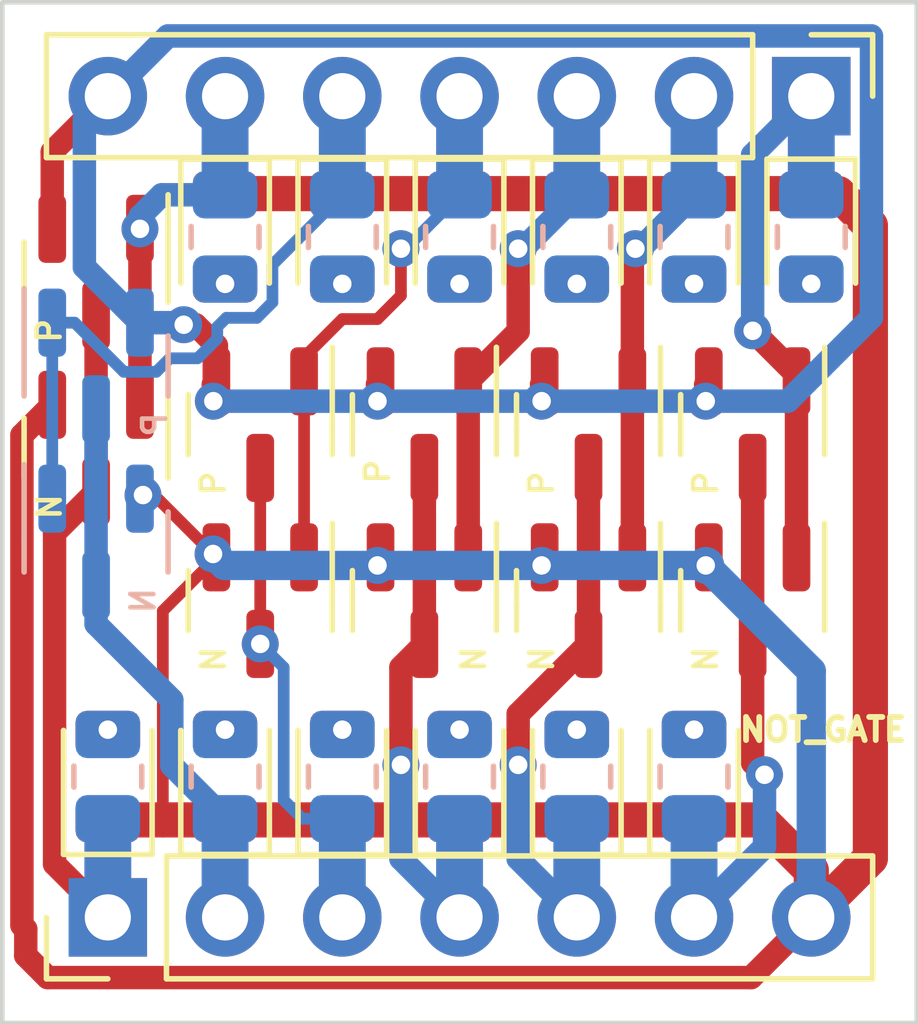
<source format=kicad_pcb>
(kicad_pcb (version 20211014) (generator pcbnew)
  (layers (0 "F.Cu" signal) (31 "B.Cu" signal) (34 "B.Paste" user) (35 "F.Paste" user) (36 "B.SilkS" user "B.Silkscreen") (37 "F.SilkS" user "F.Silkscreen") (38 "B.Mask" user) (39 "F.Mask" user) (44 "Edge.Cuts" user))
  (net 0 "")
  (net 1 "GND")
  (net 2 "Net-(D1-Pad2)")
  (net 3 "Net-(D2-Pad2)")
  (net 4 "Net-(D3-Pad2)")
  (net 5 "Net-(D4-Pad2)")
  (net 6 "Net-(D5-Pad2)")
  (net 7 "Net-(D6-Pad2)")
  (net 8 "Net-(D7-Pad2)")
  (net 9 "Net-(D8-Pad2)")
  (net 10 "Net-(D9-Pad2)")
  (net 11 "Net-(D10-Pad2)")
  (net 12 "Net-(D11-Pad2)")
  (net 13 "Net-(D12-Pad2)")
  (net 14 "In6")
  (net 15 "In5")
  (net 16 "In4")
  (net 17 "In3")
  (net 18 "In2")
  (net 19 "In1")
  (net 20 "+5V")
  (net 21 "Out1")
  (net 22 "Out2")
  (net 23 "Out3")
  (net 24 "Out4")
  (net 25 "Out5")
  (net 26 "Out6")
  (footprint "Package_TO_SOT_SMD:SOT-23" (layer "F.Cu") (at 72.898 54.102 -90)
    (fp_text reference "Q12" hide)
    (fp_text value "N")
    (fp_line (start 0 -1.56) (end 0.65 -1.56) (layer "F.SilkS") (width 0.12))
    (fp_line (start 0 1.56) (end -0.65 1.56) (layer "F.SilkS") (width 0.12))
    (fp_line (start 0 1.56) (end 0.65 1.56) (layer "F.SilkS") (width 0.12))
    (fp_line (start 0 -1.56) (end -1.675 -1.56) (layer "F.SilkS") (width 0.12))
    (pad "1" smd roundrect (at -0.9375 -0.95 270) (size 1.475 0.6) (layers "F.Cu" "F.Paste" "F.Mask") (net 16 "In4"))
    (pad "2" smd roundrect (at -0.9375 0.95 270) (size 1.475 0.6) (layers "F.Cu" "F.Paste" "F.Mask") (net 1 "GND"))
    (pad "3" smd roundrect (at 0.9375 0 270) (size 1.475 0.6) (layers "F.Cu" "F.Paste" "F.Mask") (net 24 "Out4"))
  )
  (footprint "LED_SMD:LED_0805_2012Metric" (layer "F.Cu") (at 68.58 57.912 90)
    (fp_text reference "D7" hide)
    (fp_text value "LED" hide)
    (fp_line (start -1.685 0.96) (end 1 0.96) (layer "F.SilkS") (width 0.12))
    (fp_line (start -1.685 -0.96) (end -1.685 0.96) (layer "F.SilkS") (width 0.12))
    (fp_line (start 1 -0.96) (end -1.685 -0.96) (layer "F.SilkS") (width 0.12))
    (pad "1" smd roundrect locked (at -0.9375 0 90) (size 0.975 1.4) (layers "F.Cu" "F.Paste" "F.Mask") (net 1 "GND"))
    (pad "2" smd roundrect locked (at 0.9375 0 90) (size 0.975 1.4) (layers "F.Cu" "F.Paste" "F.Mask") (net 8 "Net-(D7-Pad2)"))
  )
  (footprint "LED_SMD:LED_0805_2012Metric" (layer "F.Cu") (at 76.2 57.912 90)
    (fp_text reference "D4" hide)
    (fp_text value "LED" hide)
    (fp_line (start -1.685 -0.96) (end -1.685 0.96) (layer "F.SilkS") (width 0.12))
    (fp_line (start -1.685 0.96) (end 1 0.96) (layer "F.SilkS") (width 0.12))
    (fp_line (start 1 -0.96) (end -1.685 -0.96) (layer "F.SilkS") (width 0.12))
    (pad "1" smd roundrect locked (at -0.9375 0 90) (size 0.975 1.4) (layers "F.Cu" "F.Paste" "F.Mask") (net 1 "GND"))
    (pad "2" smd roundrect locked (at 0.9375 0 90) (size 0.975 1.4) (layers "F.Cu" "F.Paste" "F.Mask") (net 5 "Net-(D4-Pad2)"))
  )
  (footprint "LED_SMD:LED_0805_2012Metric" (layer "F.Cu") (at 81.28 46.228 -90)
    (fp_text reference "D6" hide)
    (fp_text value "LED" hide)
    (fp_line (start -1.685 -0.96) (end -1.685 0.96) (layer "F.SilkS") (width 0.12))
    (fp_line (start -1.685 0.96) (end 1 0.96) (layer "F.SilkS") (width 0.12))
    (fp_line (start 1 -0.96) (end -1.685 -0.96) (layer "F.SilkS") (width 0.12))
    (pad "1" smd roundrect locked (at -0.9375 0 270) (size 0.975 1.4) (layers "F.Cu" "F.Paste" "F.Mask") (net 1 "GND"))
    (pad "2" smd roundrect locked (at 0.9375 0 270) (size 0.975 1.4) (layers "F.Cu" "F.Paste" "F.Mask") (net 7 "Net-(D6-Pad2)"))
  )
  (footprint "LED_SMD:LED_0805_2012Metric" (layer "F.Cu") (at 73.66 57.912 90)
    (fp_text reference "D12" hide)
    (fp_text value "LED" hide)
    (fp_line (start -1.685 -0.96) (end -1.685 0.96) (layer "F.SilkS") (width 0.12))
    (fp_line (start 1 -0.96) (end -1.685 -0.96) (layer "F.SilkS") (width 0.12))
    (fp_line (start -1.685 0.96) (end 1 0.96) (layer "F.SilkS") (width 0.12))
    (pad "1" smd roundrect locked (at -0.9375 0 90) (size 0.975 1.4) (layers "F.Cu" "F.Paste" "F.Mask") (net 1 "GND"))
    (pad "2" smd roundrect locked (at 0.9375 0 90) (size 0.975 1.4) (layers "F.Cu" "F.Paste" "F.Mask") (net 13 "Net-(D12-Pad2)"))
  )
  (footprint "LED_SMD:LED_0805_2012Metric" (layer "F.Cu") (at 76.2 46.228 -90)
    (fp_text reference "D11" hide)
    (fp_text value "LED" hide)
    (fp_line (start 1 -0.96) (end -1.685 -0.96) (layer "F.SilkS") (width 0.12))
    (fp_line (start -1.685 -0.96) (end -1.685 0.96) (layer "F.SilkS") (width 0.12))
    (fp_line (start -1.685 0.96) (end 1 0.96) (layer "F.SilkS") (width 0.12))
    (pad "1" smd roundrect locked (at -0.9375 0 270) (size 0.975 1.4) (layers "F.Cu" "F.Paste" "F.Mask") (net 1 "GND"))
    (pad "2" smd roundrect locked (at 0.9375 0 270) (size 0.975 1.4) (layers "F.Cu" "F.Paste" "F.Mask") (net 12 "Net-(D11-Pad2)"))
  )
  (footprint "LED_SMD:LED_0805_2012Metric" (layer "F.Cu") (at 78.74 46.228 -90)
    (fp_text reference "D2" hide)
    (fp_text value "LED" hide)
    (fp_line (start 1 -0.96) (end -1.685 -0.96) (layer "F.SilkS") (width 0.12))
    (fp_line (start -1.685 0.96) (end 1 0.96) (layer "F.SilkS") (width 0.12))
    (fp_line (start -1.685 -0.96) (end -1.685 0.96) (layer "F.SilkS") (width 0.12))
    (pad "1" smd roundrect locked (at -0.9375 0 270) (size 0.975 1.4) (layers "F.Cu" "F.Paste" "F.Mask") (net 1 "GND"))
    (pad "2" smd roundrect locked (at 0.9375 0 270) (size 0.975 1.4) (layers "F.Cu" "F.Paste" "F.Mask") (net 3 "Net-(D2-Pad2)"))
  )
  (footprint "LED_SMD:LED_0805_2012Metric" (layer "F.Cu") (at 73.66 46.228 -90)
    (fp_text reference "D9" hide)
    (fp_text value "LED" hide)
    (fp_line (start -1.685 0.96) (end 1 0.96) (layer "F.SilkS") (width 0.12))
    (fp_line (start 1 -0.96) (end -1.685 -0.96) (layer "F.SilkS") (width 0.12))
    (fp_line (start -1.685 -0.96) (end -1.685 0.96) (layer "F.SilkS") (width 0.12))
    (pad "1" smd roundrect locked (at -0.9375 0 270) (size 0.975 1.4) (layers "F.Cu" "F.Paste" "F.Mask") (net 1 "GND"))
    (pad "2" smd roundrect locked (at 0.9375 0 270) (size 0.975 1.4) (layers "F.Cu" "F.Paste" "F.Mask") (net 10 "Net-(D9-Pad2)"))
  )
  (footprint "Package_TO_SOT_SMD:SOT-23" (layer "F.Cu") (at 80.01 50.292 -90)
    (fp_text reference "Q7" hide)
    (fp_text value "P" (at 1.27 1.016 90) (layer "F.SilkS") (effects (font (size 0.5 0.5) (thickness 0.1))))
    (fp_line (start 0 -1.56) (end -1.675 -1.56) (layer "F.SilkS") (width 0.12))
    (fp_line (start 0 -1.56) (end 0.65 -1.56) (layer "F.SilkS") (width 0.12))
    (fp_line (start 0 1.56) (end 0.65 1.56) (layer "F.SilkS") (width 0.12))
    (fp_line (start 0 1.56) (end -0.65 1.56) (layer "F.SilkS") (width 0.12))
    (pad "1" smd roundrect (at -0.9375 -0.95 270) (size 1.475 0.6) (layers "F.Cu" "F.Paste" "F.Mask") (net 14 "In6"))
    (pad "2" smd roundrect (at -0.9375 0.95 270) (size 1.475 0.6) (layers "F.Cu" "F.Paste" "F.Mask") (net 20 "+5V"))
    (pad "3" smd roundrect (at 0.9375 0 270) (size 1.475 0.6) (layers "F.Cu" "F.Paste" "F.Mask") (net 26 "Out6"))
  )
  (footprint "LED_SMD:LED_0805_2012Metric" (layer "F.Cu") (at 78.74 57.912 90)
    (fp_text reference "D8" hide)
    (fp_text value "LED" hide)
    (fp_line (start -1.685 -0.96) (end -1.685 0.96) (layer "F.SilkS") (width 0.12))
    (fp_line (start -1.685 0.96) (end 1 0.96) (layer "F.SilkS") (width 0.12))
    (fp_line (start 1 -0.96) (end -1.685 -0.96) (layer "F.SilkS") (width 0.12))
    (pad "1" smd roundrect locked (at -0.9375 0 90) (size 0.975 1.4) (layers "F.Cu" "F.Paste" "F.Mask") (net 1 "GND"))
    (pad "2" smd roundrect locked (at 0.9375 0 90) (size 0.975 1.4) (layers "F.Cu" "F.Paste" "F.Mask") (net 9 "Net-(D8-Pad2)"))
  )
  (footprint "Package_TO_SOT_SMD:SOT-23" (layer "F.Cu") (at 69.342 50.292 -90)
    (fp_text reference "Q9" hide)
    (fp_text value "P" (at 1.27 1.016 90) (layer "F.SilkS") (effects (font (size 0.5 0.5) (thickness 0.1))))
    (fp_line (start 0 1.56) (end -0.65 1.56) (layer "F.SilkS") (width 0.12))
    (fp_line (start 0 -1.56) (end -1.675 -1.56) (layer "F.SilkS") (width 0.12))
    (fp_line (start 0 1.56) (end 0.65 1.56) (layer "F.SilkS") (width 0.12))
    (fp_line (start 0 -1.56) (end 0.65 -1.56) (layer "F.SilkS") (width 0.12))
    (pad "1" smd roundrect (at -0.9375 -0.95 270) (size 1.475 0.6) (layers "F.Cu" "F.Paste" "F.Mask") (net 17 "In3"))
    (pad "2" smd roundrect (at -0.9375 0.95 270) (size 1.475 0.6) (layers "F.Cu" "F.Paste" "F.Mask") (net 20 "+5V"))
    (pad "3" smd roundrect (at 0.9375 0 270) (size 1.475 0.6) (layers "F.Cu" "F.Paste" "F.Mask") (net 23 "Out3"))
  )
  (footprint "Package_TO_SOT_SMD:SOT-23" (layer "F.Cu") (at 65.786 46.99 -90)
    (fp_text reference "Q1" hide)
    (fp_text value "P" (at 1.27 1.016 90) (layer "F.SilkS") (effects (font (size 0.5 0.5) (thickness 0.1))))
    (fp_line (start 0 1.56) (end 0.65 1.56) (layer "F.SilkS") (width 0.12))
    (fp_line (start 0 -1.56) (end 0.65 -1.56) (layer "F.SilkS") (width 0.12))
    (fp_line (start 0 1.56) (end -0.65 1.56) (layer "F.SilkS") (width 0.12))
    (fp_line (start 0 -1.56) (end -1.675 -1.56) (layer "F.SilkS") (width 0.12))
    (pad "1" smd roundrect (at -0.9375 -0.95 270) (size 1.475 0.6) (layers "F.Cu" "F.Paste" "F.Mask") (net 19 "In1"))
    (pad "2" smd roundrect (at -0.9375 0.95 270) (size 1.475 0.6) (layers "F.Cu" "F.Paste" "F.Mask") (net 20 "+5V"))
    (pad "3" smd roundrect (at 0.9375 0 270) (size 1.475 0.6) (layers "F.Cu" "F.Paste" "F.Mask") (net 21 "Out1"))
  )
  (footprint "Connector_PinHeader_2.54mm:PinHeader_1x07_P2.54mm_Vertical" (layer "F.Cu") (at 81.28 43.18 -90)
    (fp_text reference "J1" hide)
    (fp_text value "Conn_01x07" hide)
    (fp_line (start -1.33 1.27) (end -1.33 16.57) (layer "F.SilkS") (width 0.12))
    (fp_line (start -1.33 1.27) (end 1.33 1.27) (layer "F.SilkS") (width 0.12))
    (fp_line (start 1.33 1.27) (end 1.33 16.57) (layer "F.SilkS") (width 0.12))
    (fp_line (start -1.33 -1.33) (end 0 -1.33) (layer "F.SilkS") (width 0.12))
    (fp_line (start -1.33 0) (end -1.33 -1.33) (layer "F.SilkS") (width 0.12))
    (fp_line (start -1.33 16.57) (end 1.33 16.57) (layer "F.SilkS") (width 0.12))
    (pad "1" thru_hole rect locked (at 0 0 270) (size 1.7 1.7) (drill 1) (layers *.Cu *.Mask) (net 14 "In6"))
    (pad "2" thru_hole oval locked (at 0 2.54 270) (size 1.7 1.7) (drill 1) (layers *.Cu *.Mask) (net 15 "In5"))
    (pad "3" thru_hole oval locked (at 0 5.08 270) (size 1.7 1.7) (drill 1) (layers *.Cu *.Mask) (net 16 "In4"))
    (pad "4" thru_hole oval locked (at 0 7.62 270) (size 1.7 1.7) (drill 1) (layers *.Cu *.Mask) (net 17 "In3"))
    (pad "5" thru_hole oval locked (at 0 10.16 270) (size 1.7 1.7) (drill 1) (layers *.Cu *.Mask) (net 18 "In2"))
    (pad "6" thru_hole oval locked (at 0 12.7 270) (size 1.7 1.7) (drill 1) (layers *.Cu *.Mask) (net 19 "In1"))
    (pad "7" thru_hole oval locked (at 0 15.24 270) (size 1.7 1.7) (drill 1) (layers *.Cu *.Mask) (net 20 "+5V"))
  )
  (footprint "Connector_PinHeader_2.54mm:PinHeader_1x07_P2.54mm_Vertical" (layer "F.Cu") (at 66.04 60.96 90)
    (fp_text reference "J2" hide)
    (fp_text value "Conn_01x07" hide)
    (fp_line (start -1.33 -1.33) (end 0 -1.33) (layer "F.SilkS") (width 0.12))
    (fp_line (start -1.33 0) (end -1.33 -1.33) (layer "F.SilkS") (width 0.12))
    (fp_line (start -1.33 1.27) (end 1.33 1.27) (layer "F.SilkS") (width 0.12))
    (fp_line (start -1.33 1.27) (end -1.33 16.57) (layer "F.SilkS") (width 0.12))
    (fp_line (start 1.33 1.27) (end 1.33 16.57) (layer "F.SilkS") (width 0.12))
    (fp_line (start -1.33 16.57) (end 1.33 16.57) (layer "F.SilkS") (width 0.12))
    (pad "1" thru_hole rect locked (at 0 0 90) (size 1.7 1.7) (drill 1) (layers *.Cu *.Mask) (net 21 "Out1"))
    (pad "2" thru_hole oval locked (at 0 2.54 90) (size 1.7 1.7) (drill 1) (layers *.Cu *.Mask) (net 22 "Out2"))
    (pad "3" thru_hole oval locked (at 0 5.08 90) (size 1.7 1.7) (drill 1) (layers *.Cu *.Mask) (net 23 "Out3"))
    (pad "4" thru_hole oval locked (at 0 7.62 90) (size 1.7 1.7) (drill 1) (layers *.Cu *.Mask) (net 24 "Out4"))
    (pad "5" thru_hole oval locked (at 0 10.16 90) (size 1.7 1.7) (drill 1) (layers *.Cu *.Mask) (net 25 "Out5"))
    (pad "6" thru_hole oval locked (at 0 12.7 90) (size 1.7 1.7) (drill 1) (layers *.Cu *.Mask) (net 26 "Out6"))
    (pad "7" thru_hole oval locked (at 0 15.24 90) (size 1.7 1.7) (drill 1) (layers *.Cu *.Mask) (net 1 "GND"))
  )
  (footprint "Package_TO_SOT_SMD:SOT-23" (layer "F.Cu") (at 76.454 54.102 -90)
    (fp_text reference "Q4" hide)
    (fp_text value "N" (at 1.27 1.016 90) (layer "F.SilkS") (effects (font (size 0.5 0.5) (thickness 0.1))))
    (fp_line (start 0 -1.56) (end 0.65 -1.56) (layer "F.SilkS") (width 0.12))
    (fp_line (start 0 -1.56) (end -1.675 -1.56) (layer "F.SilkS") (width 0.12))
    (fp_line (start 0 1.56) (end -0.65 1.56) (layer "F.SilkS") (width 0.12))
    (fp_line (start 0 1.56) (end 0.65 1.56) (layer "F.SilkS") (width 0.12))
    (pad "1" smd roundrect (at -0.9375 -0.95 270) (size 1.475 0.6) (layers "F.Cu" "F.Paste" "F.Mask") (net 15 "In5"))
    (pad "2" smd roundrect (at -0.9375 0.95 270) (size 1.475 0.6) (layers "F.Cu" "F.Paste" "F.Mask") (net 1 "GND"))
    (pad "3" smd roundrect (at 0.9375 0 270) (size 1.475 0.6) (layers "F.Cu" "F.Paste" "F.Mask") (net 25 "Out5"))
  )
  (footprint "Package_TO_SOT_SMD:SOT-23" (layer "F.Cu") (at 76.454 50.292 -90)
    (fp_text reference "Q3" hide)
    (fp_text value "P" (at 1.27 1.016 90) (layer "F.SilkS") (effects (font (size 0.5 0.5) (thickness 0.1))))
    (fp_line (start 0 -1.56) (end 0.65 -1.56) (layer "F.SilkS") (width 0.12))
    (fp_line (start 0 -1.56) (end -1.675 -1.56) (layer "F.SilkS") (width 0.12))
    (fp_line (start 0 1.56) (end -0.65 1.56) (layer "F.SilkS") (width 0.12))
    (fp_line (start 0 1.56) (end 0.65 1.56) (layer "F.SilkS") (width 0.12))
    (pad "1" smd roundrect (at -0.9375 -0.95 270) (size 1.475 0.6) (layers "F.Cu" "F.Paste" "F.Mask") (net 15 "In5"))
    (pad "2" smd roundrect (at -0.9375 0.95 270) (size 1.475 0.6) (layers "F.Cu" "F.Paste" "F.Mask") (net 20 "+5V"))
    (pad "3" smd roundrect (at 0.9375 0 270) (size 1.475 0.6) (layers "F.Cu" "F.Paste" "F.Mask") (net 25 "Out5"))
  )
  (footprint "LED_SMD:LED_0805_2012Metric" (layer "F.Cu") (at 71.12 46.228 -90)
    (fp_text reference "D5" hide)
    (fp_text value "LED" hide)
    (fp_line (start -1.685 0.96) (end 1 0.96) (layer "F.SilkS") (width 0.12))
    (fp_line (start -1.685 -0.96) (end -1.685 0.96) (layer "F.SilkS") (width 0.12))
    (fp_line (start 1 -0.96) (end -1.685 -0.96) (layer "F.SilkS") (width 0.12))
    (pad "1" smd roundrect locked (at -0.9375 0 270) (size 0.975 1.4) (layers "F.Cu" "F.Paste" "F.Mask") (net 1 "GND"))
    (pad "2" smd roundrect locked (at 0.9375 0 270) (size 0.975 1.4) (layers "F.Cu" "F.Paste" "F.Mask") (net 6 "Net-(D5-Pad2)"))
  )
  (footprint "Package_TO_SOT_SMD:SOT-23" (layer "F.Cu") (at 65.786 50.8 -90)
    (fp_text reference "Q2" hide)
    (fp_text value "N" (at 1.27 1.016 90) (layer "F.SilkS") (effects (font (size 0.5 0.5) (thickness 0.1))))
    (fp_line (start 0 1.56) (end 0.65 1.56) (layer "F.SilkS") (width 0.12))
    (fp_line (start 0 1.56) (end -0.65 1.56) (layer "F.SilkS") (width 0.12))
    (fp_line (start 0 -1.56) (end -1.675 -1.56) (layer "F.SilkS") (width 0.12))
    (fp_line (start 0 -1.56) (end 0.65 -1.56) (layer "F.SilkS") (width 0.12))
    (pad "1" smd roundrect (at -0.9375 -0.95 270) (size 1.475 0.6) (layers "F.Cu" "F.Paste" "F.Mask") (net 19 "In1"))
    (pad "2" smd roundrect (at -0.9375 0.95 270) (size 1.475 0.6) (layers "F.Cu" "F.Paste" "F.Mask") (net 1 "GND"))
    (pad "3" smd roundrect (at 0.9375 0 270) (size 1.475 0.6) (layers "F.Cu" "F.Paste" "F.Mask") (net 21 "Out1"))
  )
  (footprint "Package_TO_SOT_SMD:SOT-23" (layer "F.Cu") (at 69.342 54.102 -90)
    (fp_text reference "Q10" hide)
    (fp_text value "N" (at 1.27 1.016 90) (layer "F.SilkS") (effects (font (size 0.5 0.5) (thickness 0.1))))
    (fp_line (start 0 -1.56) (end -1.675 -1.56) (layer "F.SilkS") (width 0.12))
    (fp_line (start 0 -1.56) (end 0.65 -1.56) (layer "F.SilkS") (width 0.12))
    (fp_line (start 0 1.56) (end -0.65 1.56) (layer "F.SilkS") (width 0.12))
    (fp_line (start 0 1.56) (end 0.65 1.56) (layer "F.SilkS") (width 0.12))
    (pad "1" smd roundrect (at -0.9375 -0.95 270) (size 1.475 0.6) (layers "F.Cu" "F.Paste" "F.Mask") (net 17 "In3"))
    (pad "2" smd roundrect (at -0.9375 0.95 270) (size 1.475 0.6) (layers "F.Cu" "F.Paste" "F.Mask") (net 1 "GND"))
    (pad "3" smd roundrect (at 0.9375 0 270) (size 1.475 0.6) (layers "F.Cu" "F.Paste" "F.Mask") (net 23 "Out3"))
  )
  (footprint "LED_SMD:LED_0805_2012Metric" (layer "F.Cu") (at 66.04 57.912 90)
    (fp_text reference "D3" hide)
    (fp_text value "LED" hide)
    (fp_line (start 1 -0.96) (end -1.685 -0.96) (layer "F.SilkS") (width 0.12))
    (fp_line (start -1.685 0.96) (end 1 0.96) (layer "F.SilkS") (width 0.12))
    (fp_line (start -1.685 -0.96) (end -1.685 0.96) (layer "F.SilkS") (width 0.12))
    (pad "1" smd roundrect locked (at -0.9375 0 90) (size 0.975 1.4) (layers "F.Cu" "F.Paste" "F.Mask") (net 1 "GND"))
    (pad "2" smd roundrect locked (at 0.9375 0 90) (size 0.975 1.4) (layers "F.Cu" "F.Paste" "F.Mask") (net 4 "Net-(D3-Pad2)"))
  )
  (footprint "Package_TO_SOT_SMD:SOT-23" (layer "F.Cu") (at 80.01 54.102 -90)
    (fp_text reference "Q8" hide)
    (fp_text value "N" (at 1.27 1.016 90) (layer "F.SilkS") (effects (font (size 0.5 0.5) (thickness 0.1))))
    (fp_line (start 0 -1.56) (end -1.675 -1.56) (layer "F.SilkS") (width 0.12))
    (fp_line (start 0 1.56) (end 0.65 1.56) (layer "F.SilkS") (width 0.12))
    (fp_line (start 0 -1.56) (end 0.65 -1.56) (layer "F.SilkS") (width 0.12))
    (fp_line (start 0 1.56) (end -0.65 1.56) (layer "F.SilkS") (width 0.12))
    (pad "1" smd roundrect (at -0.9375 -0.95 270) (size 1.475 0.6) (layers "F.Cu" "F.Paste" "F.Mask") (net 14 "In6"))
    (pad "2" smd roundrect (at -0.9375 0.95 270) (size 1.475 0.6) (layers "F.Cu" "F.Paste" "F.Mask") (net 1 "GND"))
    (pad "3" smd roundrect (at 0.9375 0 270) (size 1.475 0.6) (layers "F.Cu" "F.Paste" "F.Mask") (net 26 "Out6"))
  )
  (footprint "LED_SMD:LED_0805_2012Metric" (layer "F.Cu") (at 71.12 57.912 90)
    (fp_text reference "D10" hide)
    (fp_text value "LED" hide)
    (fp_line (start -1.685 0.96) (end 1 0.96) (layer "F.SilkS") (width 0.12))
    (fp_line (start -1.685 -0.96) (end -1.685 0.96) (layer "F.SilkS") (width 0.12))
    (fp_line (start 1 -0.96) (end -1.685 -0.96) (layer "F.SilkS") (width 0.12))
    (pad "1" smd roundrect locked (at -0.9375 0 90) (size 0.975 1.4) (layers "F.Cu" "F.Paste" "F.Mask") (net 1 "GND"))
    (pad "2" smd roundrect locked (at 0.9375 0 90) (size 0.975 1.4) (layers "F.Cu" "F.Paste" "F.Mask") (net 11 "Net-(D10-Pad2)"))
  )
  (footprint "Package_TO_SOT_SMD:SOT-23" (layer "F.Cu") (at 72.898 50.292 -90)
    (fp_text reference "Q11" hide)
    (fp_text value "P" (at 1.016 1.016 90) (layer "F.SilkS") (effects (font (size 0.5 0.5) (thickness 0.1))))
    (fp_line (start 0 1.56) (end 0.65 1.56) (layer "F.SilkS") (width 0.12))
    (fp_line (start 0 1.56) (end -0.65 1.56) (layer "F.SilkS") (width 0.12))
    (fp_line (start 0 -1.56) (end 0.65 -1.56) (layer "F.SilkS") (width 0.12))
    (fp_line (start 0 -1.56) (end -1.675 -1.56) (layer "F.SilkS") (width 0.12))
    (pad "1" smd roundrect (at -0.9375 -0.95 270) (size 1.475 0.6) (layers "F.Cu" "F.Paste" "F.Mask") (net 16 "In4"))
    (pad "2" smd roundrect (at -0.9375 0.95 270) (size 1.475 0.6) (layers "F.Cu" "F.Paste" "F.Mask") (net 20 "+5V"))
    (pad "3" smd roundrect (at 0.9375 0 270) (size 1.475 0.6) (layers "F.Cu" "F.Paste" "F.Mask") (net 24 "Out4"))
  )
  (footprint "LED_SMD:LED_0805_2012Metric" (layer "F.Cu") (at 68.58 46.228 -90)
    (fp_text reference "D1" hide)
    (fp_text value "LED" hide)
    (fp_line (start -1.685 -0.96) (end -1.685 0.96) (layer "F.SilkS") (width 0.12))
    (fp_line (start -1.685 0.96) (end 1 0.96) (layer "F.SilkS") (width 0.12))
    (fp_line (start 1 -0.96) (end -1.685 -0.96) (layer "F.SilkS") (width 0.12))
    (pad "1" smd roundrect locked (at -0.9375 0 270) (size 0.975 1.4) (layers "F.Cu" "F.Paste" "F.Mask") (net 1 "GND"))
    (pad "2" smd roundrect locked (at 0.9375 0 270) (size 0.975 1.4) (layers "F.Cu" "F.Paste" "F.Mask") (net 2 "Net-(D1-Pad2)"))
  )
  (footprint "Resistor_SMD:R_0805_2012Metric" (layer "B.Cu") (at 71.12 46.228 -90)
    (fp_text reference "R5" hide)
    (fp_text value "R" hide)
    (fp_line (start -0.227064 -0.735) (end 0.227064 -0.735) (layer "B.SilkS") (width 0.12))
    (fp_line (start -0.227064 0.735) (end 0.227064 0.735) (layer "B.SilkS") (width 0.12))
    (pad "1" smd roundrect locked (at -0.9125 0 270) (size 1.025 1.4) (layers "B.Cu" "B.Paste" "B.Mask") (roundrect_rratio 0.243902439) (net 18 "In2"))
    (pad "2" smd roundrect locked (at 0.9125 0 270) (size 1.025 1.4) (layers "B.Cu" "B.Paste" "B.Mask") (roundrect_rratio 0.243902439) (net 6 "Net-(D5-Pad2)"))
  )
  (footprint "Package_TO_SOT_SMD:SOT-23" (layer "B.Cu") (at 65.786 52.832 -90)
    (fp_text reference "Q6" hide)
    (fp_text value "N" (at 1.27 -1.016 90) (layer "B.SilkS") (effects (font (size 0.5 0.5) (thickness 0.1)) (justify mirror)))
    (fp_line (start 0 1.56) (end 0.65 1.56) (layer "B.SilkS") (width 0.12))
    (fp_line (start 0 1.56) (end -1.675 1.56) (layer "B.SilkS") (width 0.12))
    (fp_line (start 0 -1.56) (end 0.65 -1.56) (layer "B.SilkS") (width 0.12))
    (fp_line (start 0 -1.56) (end -0.65 -1.56) (layer "B.SilkS") (width 0.12))
    (pad "1" smd roundrect (at -0.9375 0.95 270) (size 1.475 0.6) (layers "B.Cu" "B.Paste" "B.Mask") (net 18 "In2"))
    (pad "2" smd roundrect (at -0.9375 -0.95 270) (size 1.475 0.6) (layers "B.Cu" "B.Paste" "B.Mask") (net 1 "GND"))
    (pad "3" smd roundrect (at 0.9375 0 270) (size 1.475 0.6) (layers "B.Cu" "B.Paste" "B.Mask") (net 22 "Out2"))
  )
  (footprint "Resistor_SMD:R_0805_2012Metric" (layer "B.Cu") (at 66.04 57.912 90)
    (fp_text reference "R3" hide)
    (fp_text value "R" hide)
    (fp_line (start -0.227064 0.735) (end 0.227064 0.735) (layer "B.SilkS") (width 0.12))
    (fp_line (start -0.227064 -0.735) (end 0.227064 -0.735) (layer "B.SilkS") (width 0.12))
    (pad "1" smd roundrect locked (at -0.9125 0 90) (size 1.025 1.4) (layers "B.Cu" "B.Paste" "B.Mask") (roundrect_rratio 0.243902439) (net 21 "Out1"))
    (pad "2" smd roundrect locked (at 0.9125 0 90) (size 1.025 1.4) (layers "B.Cu" "B.Paste" "B.Mask") (roundrect_rratio 0.243902439) (net 4 "Net-(D3-Pad2)"))
  )
  (footprint "Resistor_SMD:R_0805_2012Metric" (layer "B.Cu") (at 78.74 57.912 90)
    (fp_text reference "R8" hide)
    (fp_text value "R" hide)
    (fp_line (start -0.227064 -0.735) (end 0.227064 -0.735) (layer "B.SilkS") (width 0.12))
    (fp_line (start -0.227064 0.735) (end 0.227064 0.735) (layer "B.SilkS") (width 0.12))
    (pad "1" smd roundrect locked (at -0.9125 0 90) (size 1.025 1.4) (layers "B.Cu" "B.Paste" "B.Mask") (roundrect_rratio 0.243902439) (net 26 "Out6"))
    (pad "2" smd roundrect locked (at 0.9125 0 90) (size 1.025 1.4) (layers "B.Cu" "B.Paste" "B.Mask") (roundrect_rratio 0.243902439) (net 9 "Net-(D8-Pad2)"))
  )
  (footprint "Resistor_SMD:R_0805_2012Metric" (layer "B.Cu") (at 73.66 57.912 90)
    (fp_text reference "R12" hide)
    (fp_text value "R" hide)
    (fp_line (start -0.227064 -0.735) (end 0.227064 -0.735) (layer "B.SilkS") (width 0.12))
    (fp_line (start -0.227064 0.735) (end 0.227064 0.735) (layer "B.SilkS") (width 0.12))
    (pad "1" smd roundrect locked (at -0.9125 0 90) (size 1.025 1.4) (layers "B.Cu" "B.Paste" "B.Mask") (roundrect_rratio 0.243902439) (net 24 "Out4"))
    (pad "2" smd roundrect locked (at 0.9125 0 90) (size 1.025 1.4) (layers "B.Cu" "B.Paste" "B.Mask") (roundrect_rratio 0.243902439) (net 13 "Net-(D12-Pad2)"))
  )
  (footprint "Resistor_SMD:R_0805_2012Metric" (layer "B.Cu") (at 81.28 46.228 -90)
    (fp_text reference "R6" hide)
    (fp_text value "R" hide)
    (fp_line (start -0.227064 -0.735) (end 0.227064 -0.735) (layer "B.SilkS") (width 0.12))
    (fp_line (start -0.227064 0.735) (end 0.227064 0.735) (layer "B.SilkS") (width 0.12))
    (pad "1" smd roundrect locked (at -0.9125 0 270) (size 1.025 1.4) (layers "B.Cu" "B.Paste" "B.Mask") (roundrect_rratio 0.243902439) (net 14 "In6"))
    (pad "2" smd roundrect locked (at 0.9125 0 270) (size 1.025 1.4) (layers "B.Cu" "B.Paste" "B.Mask") (roundrect_rratio 0.243902439) (net 7 "Net-(D6-Pad2)"))
  )
  (footprint "Resistor_SMD:R_0805_2012Metric" (layer "B.Cu") (at 68.58 46.228 -90)
    (fp_text reference "R1" hide)
    (fp_text value "R" hide)
    (fp_line (start -0.227064 -0.735) (end 0.227064 -0.735) (layer "B.SilkS") (width 0.12))
    (fp_line (start -0.227064 0.735) (end 0.227064 0.735) (layer "B.SilkS") (width 0.12))
    (pad "1" smd roundrect locked (at -0.9125 0 270) (size 1.025 1.4) (layers "B.Cu" "B.Paste" "B.Mask") (roundrect_rratio 0.243902439) (net 19 "In1"))
    (pad "2" smd roundrect locked (at 0.9125 0 270) (size 1.025 1.4) (layers "B.Cu" "B.Paste" "B.Mask") (roundrect_rratio 0.243902439) (net 2 "Net-(D1-Pad2)"))
  )
  (footprint "Resistor_SMD:R_0805_2012Metric" (layer "B.Cu") (at 71.12 57.912 90)
    (fp_text reference "R10" hide)
    (fp_text value "R" hide)
    (fp_line (start -0.227064 0.735) (end 0.227064 0.735) (layer "B.SilkS") (width 0.12))
    (fp_line (start -0.227064 -0.735) (end 0.227064 -0.735) (layer "B.SilkS") (width 0.12))
    (pad "1" smd roundrect locked (at -0.9125 0 90) (size 1.025 1.4) (layers "B.Cu" "B.Paste" "B.Mask") (roundrect_rratio 0.243902439) (net 23 "Out3"))
    (pad "2" smd roundrect locked (at 0.9125 0 90) (size 1.025 1.4) (layers "B.Cu" "B.Paste" "B.Mask") (roundrect_rratio 0.243902439) (net 11 "Net-(D10-Pad2)"))
  )
  (footprint "Package_TO_SOT_SMD:SOT-23" (layer "B.Cu") (at 65.786 49.022 -90)
    (fp_text reference "Q5" hide)
    (fp_text value "P" (at 1.27 -1.27 90) (layer "B.SilkS") (effects (font (size 0.5 0.5) (thickness 0.1)) (justify mirror)))
    (fp_line (start 0 1.56) (end 0.65 1.56) (layer "B.SilkS") (width 0.12))
    (fp_line (start 0 -1.56) (end -0.65 -1.56) (layer "B.SilkS") (width 0.12))
    (fp_line (start 0 1.56) (end -1.675 1.56) (layer "B.SilkS") (width 0.12))
    (fp_line (start 0 -1.56) (end 0.65 -1.56) (layer "B.SilkS") (width 0.12))
    (pad "1" smd roundrect (at -0.9375 0.95 270) (size 1.475 0.6) (layers "B.Cu" "B.Paste" "B.Mask") (net 18 "In2"))
    (pad "2" smd roundrect (at -0.9375 -0.95 270) (size 1.475 0.6) (layers "B.Cu" "B.Paste" "B.Mask") (net 20 "+5V"))
    (pad "3" smd roundrect (at 0.9375 0 270) (size 1.475 0.6) (layers "B.Cu" "B.Paste" "B.Mask") (net 22 "Out2"))
  )
  (footprint "Resistor_SMD:R_0805_2012Metric" (layer "B.Cu") (at 68.58 57.912 90)
    (fp_text reference "R7" hide)
    (fp_text value "R" hide)
    (fp_line (start -0.227064 -0.735) (end 0.227064 -0.735) (layer "B.SilkS") (width 0.12))
    (fp_line (start -0.227064 0.735) (end 0.227064 0.735) (layer "B.SilkS") (width 0.12))
    (pad "1" smd roundrect locked (at -0.9125 0 90) (size 1.025 1.4) (layers "B.Cu" "B.Paste" "B.Mask") (roundrect_rratio 0.243902439) (net 22 "Out2"))
    (pad "2" smd roundrect locked (at 0.9125 0 90) (size 1.025 1.4) (layers "B.Cu" "B.Paste" "B.Mask") (roundrect_rratio 0.243902439) (net 8 "Net-(D7-Pad2)"))
  )
  (footprint "Resistor_SMD:R_0805_2012Metric" (layer "B.Cu") (at 76.2 46.228 -90)
    (fp_text reference "R11" hide)
    (fp_text value "R" hide)
    (fp_line (start -0.227064 0.735) (end 0.227064 0.735) (layer "B.SilkS") (width 0.12))
    (fp_line (start -0.227064 -0.735) (end 0.227064 -0.735) (layer "B.SilkS") (width 0.12))
    (pad "1" smd roundrect locked (at -0.9125 0 270) (size 1.025 1.4) (layers "B.Cu" "B.Paste" "B.Mask") (roundrect_rratio 0.243902439) (net 16 "In4"))
    (pad "2" smd roundrect locked (at 0.9125 0 270) (size 1.025 1.4) (layers "B.Cu" "B.Paste" "B.Mask") (roundrect_rratio 0.243902439) (net 12 "Net-(D11-Pad2)"))
  )
  (footprint "Resistor_SMD:R_0805_2012Metric" (layer "B.Cu") (at 76.2 57.912 90)
    (fp_text reference "R4" hide)
    (fp_text value "R" hide)
    (fp_line (start -0.227064 -0.735) (end 0.227064 -0.735) (layer "B.SilkS") (width 0.12))
    (fp_line (start -0.227064 0.735) (end 0.227064 0.735) (layer "B.SilkS") (width 0.12))
    (pad "1" smd roundrect locked (at -0.9125 0 90) (size 1.025 1.4) (layers "B.Cu" "B.Paste" "B.Mask") (roundrect_rratio 0.243902439) (net 25 "Out5"))
    (pad "2" smd roundrect locked (at 0.9125 0 90) (size 1.025 1.4) (layers "B.Cu" "B.Paste" "B.Mask") (roundrect_rratio 0.243902439) (net 5 "Net-(D4-Pad2)"))
  )
  (footprint "Resistor_SMD:R_0805_2012Metric" (layer "B.Cu") (at 73.66 46.228 -90)
    (fp_text reference "R9" hide)
    (fp_text value "R" hide)
    (fp_line (start -0.227064 -0.735) (end 0.227064 -0.735) (layer "B.SilkS") (width 0.12))
    (fp_line (start -0.227064 0.735) (end 0.227064 0.735) (layer "B.SilkS") (width 0.12))
    (pad "1" smd roundrect locked (at -0.9125 0 270) (size 1.025 1.4) (layers "B.Cu" "B.Paste" "B.Mask") (roundrect_rratio 0.243902439) (net 17 "In3"))
    (pad "2" smd roundrect locked (at 0.9125 0 270) (size 1.025 1.4) (layers "B.Cu" "B.Paste" "B.Mask") (roundrect_rratio 0.243902439) (net 10 "Net-(D9-Pad2)"))
  )
  (footprint "Resistor_SMD:R_0805_2012Metric" (layer "B.Cu") (at 78.74 46.228 -90)
    (fp_text reference "R2" hide)
    (fp_text value "R" hide)
    (fp_line (start -0.227064 0.735) (end 0.227064 0.735) (layer "B.SilkS") (width 0.12))
    (fp_line (start -0.227064 -0.735) (end 0.227064 -0.735) (layer "B.SilkS") (width 0.12))
    (pad "1" smd roundrect locked (at -0.9125 0 270) (size 1.025 1.4) (layers "B.Cu" "B.Paste" "B.Mask") (roundrect_rratio 0.243902439) (net 15 "In5"))
    (pad "2" smd roundrect locked (at 0.9125 0 270) (size 1.025 1.4) (layers "B.Cu" "B.Paste" "B.Mask") (roundrect_rratio 0.243902439) (net 3 "Net-(D2-Pad2)"))
  )
  (gr_rect (start 63.754 41.148) (end 83.566 63.246) (layer "Edge.Cuts") (width 0.1) (fill none))
  (gr_text "N" (at 73.914 55.372 270) (layer "F.SilkS") (effects (font (size 0.5 0.5) (thickness 0.1))))
  (gr_text "NOT_GATE" (at 81.534 56.896) (layer "F.SilkS") (effects (font (size 0.5 0.5) (thickness 0.125))))
  (segment (start 64.262 61.214) (end 64.262 61.789022) (width 0.508) (layer "F.Cu") (net 1))
  (segment (start 68.58 45.2905) (end 81.28 45.2905) (width 0.762) (layer "F.Cu") (net 1))
  (segment (start 64.17896 50.51954) (end 64.17896 61.13096) (width 0.508) (layer "F.Cu") (net 1))
  (segment (start 68.392 53.1645) (end 67.2315 54.325) (width 0.254) (layer "F.Cu") (net 1))
  (segment (start 64.736489 62.263511) (end 79.976489 62.263511) (width 0.508) (layer "F.Cu") (net 1))
  (segment (start 81.28 59.944) (end 81.28 60.96) (width 0.762) (layer "F.Cu") (net 1))
  (segment (start 82.56052 45.98452) (end 82.56052 59.67948) (width 0.762) (layer "F.Cu") (net 1))
  (segment (start 64.262 61.789022) (end 64.736489 62.263511) (width 0.508) (layer "F.Cu") (net 1))
  (segment (start 78.74 58.8495) (end 80.1855 58.8495) (width 0.762) (layer "F.Cu") (net 1))
  (segment (start 82.56052 59.67948) (end 81.28 60.96) (width 0.762) (layer "F.Cu") (net 1))
  (segment (start 81.28 45.2905) (end 81.8665 45.2905) (width 0.762) (layer "F.Cu") (net 1))
  (segment (start 80.1855 58.8495) (end 81.28 59.944) (width 0.762) (layer "F.Cu") (net 1))
  (segment (start 67.2315 54.325) (end 67.2315 58.8495) (width 0.254) (layer "F.Cu") (net 1))
  (segment (start 66.802 51.816) (end 67.0435 51.816) (width 0.254) (layer "F.Cu") (net 1))
  (segment (start 68.31975 53.09225) (end 68.392 53.1645) (width 0.254) (layer "F.Cu") (net 1))
  (segment (start 81.8665 45.2905) (end 82.56052 45.98452) (width 0.762) (layer "F.Cu") (net 1))
  (segment (start 79.976489 62.263511) (end 81.28 60.96) (width 0.508) (layer "F.Cu") (net 1))
  (segment (start 66.04 58.8495) (end 67.2315 58.8495) (width 0.762) (layer "F.Cu") (net 1))
  (segment (start 64.836 49.8625) (end 64.17896 50.51954) (width 0.508) (layer "F.Cu") (net 1))
  (segment (start 67.2315 58.8495) (end 78.74 58.8495) (width 0.762) (layer "F.Cu") (net 1))
  (segment (start 64.17896 61.13096) (end 64.262 61.214) (width 0.508) (layer "F.Cu") (net 1))
  (segment (start 67.0435 51.816) (end 68.31975 53.09225) (width 0.254) (layer "F.Cu") (net 1))
  (via (at 66.802 51.816) (size 0.8) (drill 0.4) (layers "F.Cu" "B.Cu") (net 1))
  (via (at 75.438 53.34) (size 0.8) (drill 0.4) (layers "F.Cu" "B.Cu") (net 1))
  (via (at 68.31975 53.09225) (size 0.8) (drill 0.4) (layers "F.Cu" "B.Cu") (net 1))
  (via (at 78.994 53.34) (size 0.8) (drill 0.4) (layers "F.Cu" "B.Cu") (net 1))
  (via (at 71.882 53.34) (size 0.8) (drill 0.4) (layers "F.Cu" "B.Cu") (net 1))
  (segment (start 68.5675 53.34) (end 68.31975 53.09225) (width 0.635) (layer "B.Cu") (net 1))
  (segment (start 78.994 53.34) (end 81.28 55.626) (width 0.635) (layer "B.Cu") (net 1))
  (segment (start 81.28 55.626) (end 81.28 60.96) (width 0.635) (layer "B.Cu") (net 1))
  (segment (start 71.882 53.34) (end 68.5675 53.34) (width 0.635) (layer "B.Cu") (net 1))
  (segment (start 75.438 53.34) (end 71.882 53.34) (width 0.635) (layer "B.Cu") (net 1))
  (segment (start 78.994 53.34) (end 75.438 53.34) (width 0.635) (layer "B.Cu") (net 1))
  (via (at 68.58 47.244) (size 0.8) (drill 0.4) (layers "F.Cu" "B.Cu") (net 2))
  (via (at 78.74 47.244) (size 0.8) (drill 0.4) (layers "F.Cu" "B.Cu") (net 3))
  (via (at 66.04 56.896) (size 0.8) (drill 0.4) (layers "F.Cu" "B.Cu") (net 4))
  (via (at 76.2 56.896) (size 0.8) (drill 0.4) (layers "F.Cu" "B.Cu") (net 5))
  (via (at 71.12 47.244) (size 0.8) (drill 0.4) (layers "F.Cu" "B.Cu") (net 6))
  (via (at 81.28 47.244) (size 0.8) (drill 0.4) (layers "F.Cu" "B.Cu") (net 7))
  (via (at 68.58 56.896) (size 0.8) (drill 0.4) (layers "F.Cu" "B.Cu") (net 8))
  (via (at 78.74 56.896) (size 0.8) (drill 0.4) (layers "F.Cu" "B.Cu") (net 9))
  (via (at 73.66 47.244) (size 0.8) (drill 0.4) (layers "F.Cu" "B.Cu") (net 10))
  (via (at 71.12 56.896) (size 0.8) (drill 0.4) (layers "F.Cu" "B.Cu") (net 11))
  (via (at 76.2 47.244) (size 0.8) (drill 0.4) (layers "F.Cu" "B.Cu") (net 12))
  (via (at 73.66 56.896) (size 0.8) (drill 0.4) (layers "F.Cu" "B.Cu") (net 13))
  (segment (start 80.96 49.21) (end 80.01 48.26) (width 0.508) (layer "F.Cu") (net 14))
  (segment (start 80.96 49.3545) (end 80.96 49.21) (width 0.508) (layer "F.Cu") (net 14))
  (segment (start 80.96 53.1645) (end 80.96 49.3545) (width 0.508) (layer "F.Cu") (net 14))
  (via (at 80.01 48.26) (size 0.8) (drill 0.4) (layers "F.Cu" "B.Cu") (net 14))
  (segment (start 81.28 45.3155) (end 81.28 43.18) (width 1.016) (layer "B.Cu") (net 14))
  (segment (start 80.01 48.26) (end 80.01 44.45) (width 0.508) (layer "B.Cu") (net 14))
  (segment (start 80.01 44.45) (end 81.28 43.18) (width 0.508) (layer "B.Cu") (net 14))
  (segment (start 77.404 49.3545) (end 77.404 46.548) (width 0.508) (layer "F.Cu") (net 15))
  (segment (start 77.404 53.1645) (end 77.404 49.3545) (width 0.508) (layer "F.Cu") (net 15))
  (segment (start 77.404 46.548) (end 77.47 46.482) (width 0.508) (layer "F.Cu") (net 15))
  (via (at 77.47 46.482) (size 0.8) (drill 0.4) (layers "F.Cu" "B.Cu") (net 15))
  (segment (start 78.74 45.3155) (end 78.74 43.18) (width 1.016) (layer "B.Cu") (net 15))
  (segment (start 77.5735 46.482) (end 78.74 45.3155) (width 0.508) (layer "B.Cu") (net 15))
  (segment (start 77.47 46.482) (end 77.5735 46.482) (width 0.508) (layer "B.Cu") (net 15))
  (segment (start 73.848 49.3545) (end 73.848 53.1645) (width 0.508) (layer "F.Cu") (net 16))
  (segment (start 74.93 48.2725) (end 74.93 46.482) (width 0.508) (layer "F.Cu") (net 16))
  (segment (start 73.848 49.3545) (end 74.93 48.2725) (width 0.508) (layer "F.Cu") (net 16))
  (via (at 74.93 46.482) (size 0.8) (drill 0.4) (layers "F.Cu" "B.Cu") (net 16))
  (segment (start 75.0335 46.482) (end 76.2 45.3155) (width 0.508) (layer "B.Cu") (net 16))
  (segment (start 76.2 45.3155) (end 76.2 43.18) (width 1.016) (layer "B.Cu") (net 16))
  (segment (start 74.93 46.482) (end 75.0335 46.482) (width 0.508) (layer "B.Cu") (net 16))
  (segment (start 72.39 47.498) (end 71.882 48.006) (width 0.254) (layer "F.Cu") (net 17))
  (segment (start 70.292 48.834) (end 70.292 49.3545) (width 0.254) (layer "F.Cu") (net 17))
  (segment (start 72.39 46.482) (end 72.39 47.498) (width 0.254) (layer "F.Cu") (net 17))
  (segment (start 70.292 49.3545) (end 70.292 53.1645) (width 0.254) (layer "F.Cu") (net 17))
  (segment (start 71.12 48.006) (end 70.292 48.834) (width 0.254) (layer "F.Cu") (net 17))
  (segment (start 71.882 48.006) (end 71.12 48.006) (width 0.254) (layer "F.Cu") (net 17))
  (via (at 72.39 46.482) (size 0.8) (drill 0.4) (layers "F.Cu" "B.Cu") (net 17))
  (segment (start 72.39 46.482) (end 72.4935 46.482) (width 0.254) (layer "B.Cu") (net 17))
  (segment (start 72.4935 46.482) (end 73.66 45.3155) (width 0.254) (layer "B.Cu") (net 17))
  (segment (start 73.66 45.3155) (end 73.66 43.18) (width 1.016) (layer "B.Cu") (net 17))
  (segment (start 68.60648 47.97952) (end 69.268802 47.97952) (width 0.254) (layer "B.Cu") (net 18))
  (segment (start 67.382953 48.855198) (end 67.984817 48.855198) (width 0.254) (layer "B.Cu") (net 18))
  (segment (start 69.268802 47.97952) (end 69.60652 47.641802) (width 0.254) (layer "B.Cu") (net 18))
  (segment (start 69.60652 47.641802) (end 69.60652 46.82898) (width 0.254) (layer "B.Cu") (net 18))
  (segment (start 68.410396 48.429619) (end 68.410396 48.175604) (width 0.254) (layer "B.Cu") (net 18))
  (segment (start 67.984817 48.855198) (end 68.410396 48.429619) (width 0.254) (layer "B.Cu") (net 18))
  (segment (start 66.386421 49.14852) (end 67.089631 49.14852) (width 0.254) (layer "B.Cu") (net 18))
  (segment (start 64.836 48.0845) (end 65.322401 48.0845) (width 0.254) (layer "B.Cu") (net 18))
  (segment (start 64.836 51.8945) (end 64.836 48.0845) (width 0.254) (layer "B.Cu") (net 18))
  (segment (start 68.410396 48.175604) (end 68.60648 47.97952) (width 0.254) (layer "B.Cu") (net 18))
  (segment (start 69.60652 46.82898) (end 71.12 45.3155) (width 0.254) (layer "B.Cu") (net 18))
  (segment (start 71.12 45.3155) (end 71.12 43.18) (width 1.016) (layer "B.Cu") (net 18))
  (segment (start 65.322401 48.0845) (end 66.386421 49.14852) (width 0.254) (layer "B.Cu") (net 18))
  (segment (start 67.089631 49.14852) (end 67.382953 48.855198) (width 0.254) (layer "B.Cu") (net 18))
  (segment (start 66.736 49.8625) (end 66.736 46.0525) (width 0.508) (layer "F.Cu") (net 19))
  (via (at 66.736 46.0525) (size 0.8) (drill 0.4) (layers "F.Cu" "B.Cu") (net 19))
  (segment (start 66.736 46.0525) (end 66.736 45.786) (width 0.508) (layer "B.Cu") (net 19))
  (segment (start 66.736 45.786) (end 67.2065 45.3155) (width 0.508) (layer "B.Cu") (net 19))
  (segment (start 67.2065 45.3155) (end 68.58 45.3155) (width 0.508) (layer "B.Cu") (net 19))
  (segment (start 68.58 45.3155) (end 68.58 43.18) (width 1.016) (layer "B.Cu") (net 19))
  (segment (start 64.836 46.0525) (end 64.836 44.384) (width 0.508) (layer "F.Cu") (net 20))
  (segment (start 68.326 49.784) (end 68.326 49.4205) (width 0.508) (layer "F.Cu") (net 20))
  (segment (start 71.882 49.4205) (end 71.948 49.3545) (width 0.508) (layer "F.Cu") (net 20))
  (segment (start 67.683885 48.128687) (end 67.940687 48.128687) (width 0.508) (layer "F.Cu") (net 20))
  (segment (start 75.438 49.784) (end 75.438 49.4205) (width 0.508) (layer "F.Cu") (net 20))
  (segment (start 64.836 44.384) (end 66.04 43.18) (width 0.508) (layer "F.Cu") (net 20))
  (segment (start 68.392 48.58) (end 68.392 49.3545) (width 0.508) (layer "F.Cu") (net 20))
  (segment (start 78.994 49.784) (end 78.994 49.4205) (width 0.508) (layer "F.Cu") (net 20))
  (segment (start 71.882 49.784) (end 71.882 49.4205) (width 0.508) (layer "F.Cu") (net 20))
  (segment (start 75.438 49.4205) (end 75.504 49.3545) (width 0.508) (layer "F.Cu") (net 20))
  (segment (start 67.940687 48.128687) (end 68.392 48.58) (width 0.508) (layer "F.Cu") (net 20))
  (segment (start 68.326 49.4205) (end 68.392 49.3545) (width 0.508) (layer "F.Cu") (net 20))
  (segment (start 78.994 49.4205) (end 79.06 49.3545) (width 0.508) (layer "F.Cu") (net 20))
  (via (at 78.994 49.784) (size 0.8) (drill 0.4) (layers "F.Cu" "B.Cu") (net 20))
  (via (at 75.438 49.784) (size 0.8) (drill 0.4) (layers "F.Cu" "B.Cu") (net 20))
  (via (at 68.326 49.784) (size 0.8) (drill 0.4) (layers "F.Cu" "B.Cu") (net 20))
  (via (at 67.683885 48.128687) (size 0.8) (drill 0.4) (layers "F.Cu" "B.Cu") (net 20))
  (via (at 71.882 49.784) (size 0.8) (drill 0.4) (layers "F.Cu" "B.Cu") (net 20))
  (segment (start 80.772 49.784) (end 82.583511 47.972489) (width 0.508) (layer "B.Cu") (net 20))
  (segment (start 66.736 48.0845) (end 67.639698 48.0845) (width 0.508) (layer "B.Cu") (net 20))
  (segment (start 68.326 49.784) (end 71.882 49.784) (width 0.508) (layer "B.Cu") (net 20))
  (segment (start 65.532 43.688) (end 65.532 46.8805) (width 0.508) (layer "B.Cu") (net 20))
  (segment (start 66.04 43.18) (end 65.532 43.688) (width 0.508) (layer "B.Cu") (net 20))
  (segment (start 65.532 46.8805) (end 66.736 48.0845) (width 0.508) (layer "B.Cu") (net 20))
  (segment (start 67.639698 48.0845) (end 67.683885 48.128687) (width 0.508) (layer "B.Cu") (net 20))
  (segment (start 82.583511 41.876489) (end 67.343511 41.876489) (width 0.508) (layer "B.Cu") (net 20))
  (segment (start 78.994 49.784) (end 80.772 49.784) (width 0.508) (layer "B.Cu") (net 20))
  (segment (start 82.583511 47.972489) (end 82.583511 41.876489) (width 0.508) (layer "B.Cu") (net 20))
  (segment (start 67.343511 41.876489) (end 66.04 43.18) (width 0.508) (layer "B.Cu") (net 20))
  (segment (start 71.882 49.784) (end 78.994 49.784) (width 0.508) (layer "B.Cu") (net 20))
  (segment (start 65.786 47.9275) (end 65.786 51.7375) (width 0.508) (layer "F.Cu") (net 21))
  (segment (start 64.88648 52.63702) (end 64.88648 59.80648) (width 0.508) (layer "F.Cu") (net 21))
  (segment (start 64.88648 59.80648) (end 66.04 60.96) (width 0.508) (layer "F.Cu") (net 21))
  (segment (start 65.786 51.7375) (end 64.88648 52.63702) (width 0.508) (layer "F.Cu") (net 21))
  (segment (start 66.04 58.8245) (end 66.04 60.96) (width 1.016) (layer "B.Cu") (net 21))
  (segment (start 68.58 58.8245) (end 68.58 60.96) (width 1.016) (layer "B.Cu") (net 22))
  (segment (start 65.786 54.61) (end 67.42648 56.25048) (width 0.508) (layer "B.Cu") (net 22))
  (segment (start 67.42648 56.25048) (end 67.42648 57.67098) (width 0.508) (layer "B.Cu") (net 22))
  (segment (start 67.42648 57.67098) (end 68.58 58.8245) (width 0.508) (layer "B.Cu") (net 22))
  (segment (start 65.786 49.9595) (end 65.786 53.7695) (width 0.508) (layer "B.Cu") (net 22))
  (segment (start 65.786 53.7695) (end 65.786 54.61) (width 0.508) (layer "B.Cu") (net 22))
  (segment (start 69.342 51.2295) (end 69.342 55.0395) (width 0.254) (layer "F.Cu") (net 23))
  (via (at 69.342 55.0395) (size 0.8) (drill 0.4) (layers "F.Cu" "B.Cu") (net 23))
  (segment (start 69.85 58.42) (end 70.2545 58.8245) (width 0.254) (layer "B.Cu") (net 23))
  (segment (start 71.12 58.8245) (end 71.12 60.96) (width 1.016) (layer "B.Cu") (net 23))
  (segment (start 69.85 55.5475) (end 69.85 58.42) (width 0.254) (layer "B.Cu") (net 23))
  (segment (start 70.2545 58.8245) (end 71.12 58.8245) (width 0.254) (layer "B.Cu") (net 23))
  (segment (start 69.342 55.0395) (end 69.85 55.5475) (width 0.254) (layer "B.Cu") (net 23))
  (segment (start 72.39 57.15) (end 72.39 57.658) (width 0.508) (layer "F.Cu") (net 24))
  (segment (start 72.39 55.5475) (end 72.39 57.15) (width 0.508) (layer "F.Cu") (net 24))
  (segment (start 72.898 55.0395) (end 72.39 55.5475) (width 0.508) (layer "F.Cu") (net 24))
  (segment (start 72.898 51.2295) (end 72.898 55.0395) (width 0.508) (layer "F.Cu") (net 24))
  (via (at 72.39 57.658) (size 0.8) (drill 0.4) (layers "F.Cu" "B.Cu") (net 24))
  (segment (start 72.39 59.69) (end 73.66 60.96) (width 0.508) (layer "B.Cu") (net 24))
  (segment (start 73.66 58.8245) (end 73.66 60.96) (width 1.016) (layer "B.Cu") (net 24))
  (segment (start 72.39 57.658) (end 72.39 59.69) (width 0.508) (layer "B.Cu") (net 24))
  (segment (start 76.448912 55.0395) (end 74.93 56.558412) (width 0.508) (layer "F.Cu") (net 25))
  (segment (start 74.93 56.558412) (end 74.93 56.896) (width 0.508) (layer "F.Cu") (net 25))
  (segment (start 76.454 55.0395) (end 76.448912 55.0395) (width 0.508) (layer "F.Cu") (net 25))
  (segment (start 76.454 51.2295) (end 76.454 55.0395) (width 0.508) (layer "F.Cu") (net 25))
  (segment (start 74.93 56.896) (end 74.93 57.658) (width 0.508) (layer "F.Cu") (net 25))
  (via (at 74.93 57.658) (size 0.8) (drill 0.4) (layers "F.Cu" "B.Cu") (net 25))
  (segment (start 74.93 59.69) (end 76.2 60.96) (width 0.508) (layer "B.Cu") (net 25))
  (segment (start 76.2 58.8245) (end 76.2 60.96) (width 1.016) (layer "B.Cu") (net 25))
  (segment (start 74.93 57.658) (end 74.93 59.69) (width 0.508) (layer "B.Cu") (net 25))
  (segment (start 80.01 51.2295) (end 80.01 55.0395) (width 0.508) (layer "F.Cu") (net 26))
  (segment (start 80.01 57.615105) (end 80.267314 57.872419) (width 0.508) (layer "F.Cu") (net 26))
  (segment (start 80.01 55.0395) (end 80.01 57.615105) (width 0.508) (layer "F.Cu") (net 26))
  (via (at 80.267314 57.872419) (size 0.8) (drill 0.4) (layers "F.Cu" "B.Cu") (net 26))
  (segment (start 80.267314 57.872419) (end 80.267314 59.432686) (width 0.508) (layer "B.Cu") (net 26))
  (segment (start 80.267314 59.432686) (end 78.74 60.96) (width 0.508) (layer "B.Cu") (net 26))
  (segment (start 78.74 58.8245) (end 78.74 60.96) (width 1.016) (layer "B.Cu") (net 26))
)
</source>
